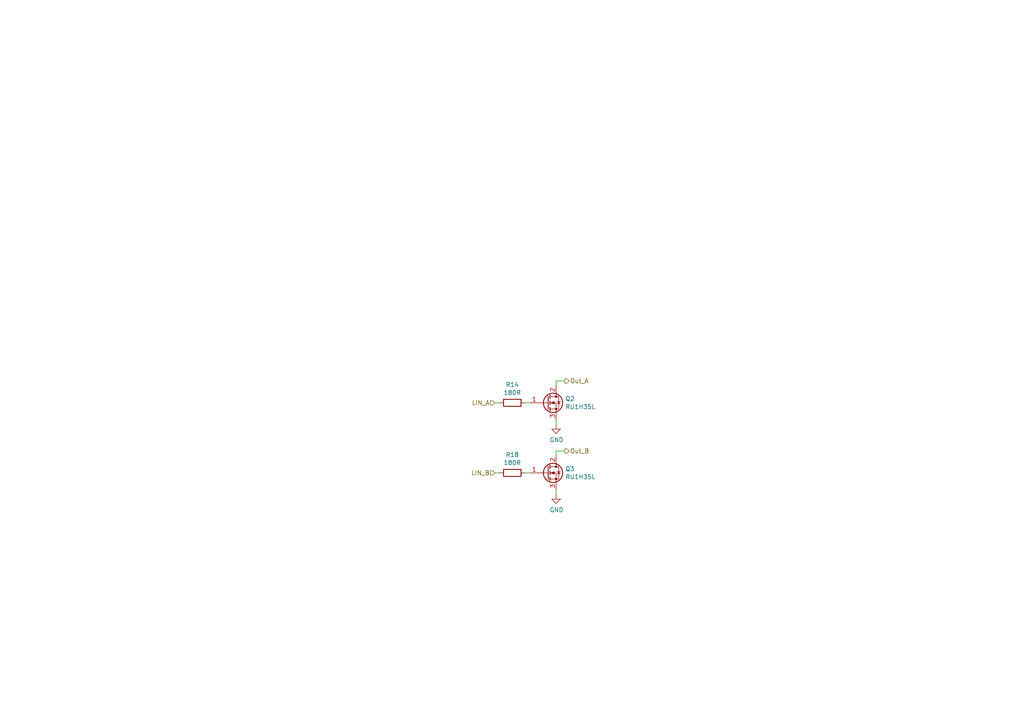
<source format=kicad_sch>
(kicad_sch (version 20220104) (generator eeschema)
  (paper "A4")
  (lib_symbols
    (symbol "Device:R" (pin_numbers hide) (pin_names (offset 0))
      (property "Reference" "R" (at 2.032 0 90))
      (property "Value" "R" (at 0 0 90))
      (symbol "R_0_1"
        (rectangle (start -1.016 -2.54) (end 1.016 2.54) (stroke (width 0.254)))
      )
      (symbol "R_1_1"
        (pin passive line (at 0 3.81 270) (length 1.27) (name "~") (number "1"))
        (pin passive line (at 0 -3.81 90) (length 1.27) (name "~") (number "2"))
      )
    )
    (symbol "Transistor_FET:STD7NK40Z" (pin_names hide)
      (property "Reference" "Q" (at 5.08 1.905 0))
      (property "Value" "STD7NK40Z" (at 5.08 0 0))
      (symbol "STD7NK40Z_0_1"
        (polyline (pts (xy 0.254 0) (xy -2.54 0)))
        (polyline (pts (xy 0.254 1.905) (xy 0.254 -1.905)) (stroke (width 0.254)))
        (polyline (pts (xy 0.762 -1.27) (xy 0.762 -2.286)) (stroke (width 0.254)))
        (polyline (pts (xy 0.762 0.508) (xy 0.762 -0.508)) (stroke (width 0.254)))
        (polyline (pts (xy 0.762 2.286) (xy 0.762 1.27)) (stroke (width 0.254)))
        (polyline (pts (xy 2.54 2.54) (xy 2.54 1.778)))
        (polyline (pts (xy 2.54 -2.54) (xy 2.54 0) (xy 0.762 0)))
        (polyline (pts (xy 0.762 -1.778) (xy 3.302 -1.778) (xy 3.302 1.778) (xy 0.762 1.778)))
        (polyline (pts (xy 1.016 0) (xy 2.032 0.381) (xy 2.032 -0.381) (xy 1.016 0)) (fill (type outline)))
        (polyline (pts (xy 2.794 0.508) (xy 2.921 0.381) (xy 3.683 0.381) (xy 3.81 0.254)))
        (polyline (pts (xy 3.302 0.381) (xy 2.921 -0.254) (xy 3.683 -0.254) (xy 3.302 0.381)))
        (circle (center 1.651 0) (radius 2.794) (stroke (width 0.254)))
        (circle (center 2.54 -1.778) (radius 0.254) (fill (type outline)))
        (circle (center 2.54 1.778) (radius 0.254) (fill (type outline)))
      )
      (symbol "STD7NK40Z_1_1"
        (pin passive line (at -5.08 0 0) (length 2.54) (name "G") (number "1"))
        (pin passive line (at 2.54 5.08 270) (length 2.54) (name "D") (number "2"))
        (pin passive line (at 2.54 -5.08 90) (length 2.54) (name "S") (number "3"))
      )
    )
    (symbol "power:GND" (power) (pin_names (offset 0))
      (property "Value" "GND" (at 0 -3.81 0))
      (symbol "GND_0_1"
        (polyline (pts (xy 0 0) (xy 0 -1.27) (xy 1.27 -1.27) (xy 0 -2.54) (xy -1.27 -1.27) (xy 0 -1.27)))
      )
      (symbol "GND_1_1"
        (pin power_in line (at 0 0 270) (length 0) hide (name "GND") (number "1"))
      )
    )
  )
  (wire (pts (xy 161.29 111.76) (xy 161.29 110.49)))
  (wire (pts (xy 152.4 137.16) (xy 153.67 137.16)))
  (wire (pts (xy 143.51 116.84) (xy 144.78 116.84)))
  (wire (pts (xy 143.51 137.16) (xy 144.78 137.16)))
  (wire (pts (xy 161.29 130.81) (xy 163.83 130.81)))
  (wire (pts (xy 161.29 142.24) (xy 161.29 143.51)))
  (wire (pts (xy 153.67 116.84) (xy 152.4 116.84)))
  (wire (pts (xy 161.29 121.92) (xy 161.29 123.19)))
  (wire (pts (xy 161.29 132.08) (xy 161.29 130.81)))
  (wire (pts (xy 161.29 110.49) (xy 163.83 110.49)))
  (hierarchical_label "LIN_A" (shape input) (at 143.51 116.84 180))
  (hierarchical_label "LIN_B" (shape input) (at 143.51 137.16 180))
  (hierarchical_label "Out_A" (shape output) (at 163.83 110.49 0))
  (hierarchical_label "Out_B" (shape output) (at 163.83 130.81 0))
  (symbol (lib_id "Transistor_FET:STD7NK40Z") (at 158.75 116.84 0) (unit 1)
    (property "Reference" "Q2" (at 163.9316 115.6716 0) (effects (justify left)))
    (property "Value" "RU1H35L" (at 163.9316 117.983 0) (effects (justify left)))
    (property "Footprint" "Package_TO_SOT_SMD:TO-252-2" (effects hide))
    (property "Datasheet" "https://www.st.com/resource/en/datasheet/std7nk40zt4.pdf" (effects hide))
    (property "LCSC_part" "C180964" (effects hide))
  )
  (symbol (lib_id "Device:R") (at 148.59 116.84 270) (unit 1)
    (property "Reference" "R14" (at 148.59 111.5822 90))
    (property "Value" "180R" (at 148.59 113.8936 90))
    (property "Footprint" "Resistor_SMD:R_0603_1608Metric" (effects hide))
    (property "LCSC" "C22828" (effects hide))
  )
  (symbol (lib_id "power:GND") (at 161.29 123.19 0) (unit 1)
    (property "Reference" "#PWR0151" (effects hide))
    (property "Value" "GND" (at 161.417 127.5842 0))
  )
  (symbol (lib_id "Transistor_FET:STD7NK40Z") (at 158.75 137.16 0) (unit 1)
    (property "Reference" "Q3" (at 163.9316 135.9916 0) (effects (justify left)))
    (property "Value" "RU1H35L" (at 163.9316 138.303 0) (effects (justify left)))
    (property "Footprint" "Package_TO_SOT_SMD:TO-252-2" (effects hide))
    (property "Datasheet" "https://www.st.com/resource/en/datasheet/std7nk40zt4.pdf" (effects hide))
    (property "LCSC_part" "C180964" (effects hide))
  )
  (symbol (lib_id "Device:R") (at 148.59 137.16 270) (unit 1)
    (property "Reference" "R18" (at 148.59 131.9022 90))
    (property "Value" "180R" (at 148.59 134.2136 90))
    (property "Footprint" "Resistor_SMD:R_0603_1608Metric" (effects hide))
    (property "LCSC Part" "C22828" (effects hide))
  )
  (symbol (lib_id "power:GND") (at 161.29 143.51 0) (unit 1)
    (property "Reference" "#PWR0146" (effects hide))
    (property "Value" "GND" (at 161.417 147.9042 0))
  )
)
</source>
